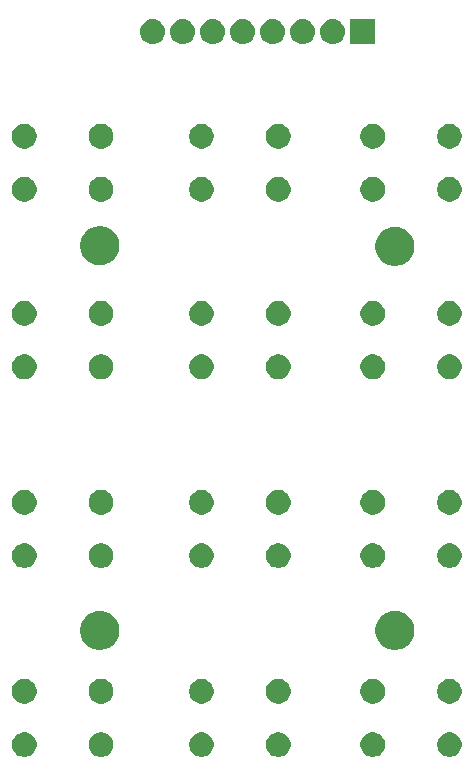
<source format=gbr>
G04 #@! TF.GenerationSoftware,KiCad,Pcbnew,5.0.2+dfsg1-1*
G04 #@! TF.CreationDate,2021-10-08T13:08:18+05:30*
G04 #@! TF.ProjectId,KEYBORD_PCB_V1,4b455942-4f52-4445-9f50-43425f56312e,rev?*
G04 #@! TF.SameCoordinates,Original*
G04 #@! TF.FileFunction,Soldermask,Top*
G04 #@! TF.FilePolarity,Negative*
%FSLAX46Y46*%
G04 Gerber Fmt 4.6, Leading zero omitted, Abs format (unit mm)*
G04 Created by KiCad (PCBNEW 5.0.2+dfsg1-1) date Fri 08 Oct 2021 01:08:18 PM IST*
%MOMM*%
%LPD*%
G01*
G04 APERTURE LIST*
%ADD10C,0.100000*%
G04 APERTURE END LIST*
D10*
G36*
X113306565Y-99489389D02*
X113497834Y-99568615D01*
X113669976Y-99683637D01*
X113816363Y-99830024D01*
X113931385Y-100002166D01*
X114010611Y-100193435D01*
X114051000Y-100396484D01*
X114051000Y-100603516D01*
X114010611Y-100806565D01*
X113931385Y-100997834D01*
X113816363Y-101169976D01*
X113669976Y-101316363D01*
X113497834Y-101431385D01*
X113306565Y-101510611D01*
X113103516Y-101551000D01*
X112896484Y-101551000D01*
X112693435Y-101510611D01*
X112502166Y-101431385D01*
X112330024Y-101316363D01*
X112183637Y-101169976D01*
X112068615Y-100997834D01*
X111989389Y-100806565D01*
X111949000Y-100603516D01*
X111949000Y-100396484D01*
X111989389Y-100193435D01*
X112068615Y-100002166D01*
X112183637Y-99830024D01*
X112330024Y-99683637D01*
X112502166Y-99568615D01*
X112693435Y-99489389D01*
X112896484Y-99449000D01*
X113103516Y-99449000D01*
X113306565Y-99489389D01*
X113306565Y-99489389D01*
G37*
G36*
X92306565Y-99489389D02*
X92497834Y-99568615D01*
X92669976Y-99683637D01*
X92816363Y-99830024D01*
X92931385Y-100002166D01*
X93010611Y-100193435D01*
X93051000Y-100396484D01*
X93051000Y-100603516D01*
X93010611Y-100806565D01*
X92931385Y-100997834D01*
X92816363Y-101169976D01*
X92669976Y-101316363D01*
X92497834Y-101431385D01*
X92306565Y-101510611D01*
X92103516Y-101551000D01*
X91896484Y-101551000D01*
X91693435Y-101510611D01*
X91502166Y-101431385D01*
X91330024Y-101316363D01*
X91183637Y-101169976D01*
X91068615Y-100997834D01*
X90989389Y-100806565D01*
X90949000Y-100603516D01*
X90949000Y-100396484D01*
X90989389Y-100193435D01*
X91068615Y-100002166D01*
X91183637Y-99830024D01*
X91330024Y-99683637D01*
X91502166Y-99568615D01*
X91693435Y-99489389D01*
X91896484Y-99449000D01*
X92103516Y-99449000D01*
X92306565Y-99489389D01*
X92306565Y-99489389D01*
G37*
G36*
X98806565Y-99489389D02*
X98997834Y-99568615D01*
X99169976Y-99683637D01*
X99316363Y-99830024D01*
X99431385Y-100002166D01*
X99510611Y-100193435D01*
X99551000Y-100396484D01*
X99551000Y-100603516D01*
X99510611Y-100806565D01*
X99431385Y-100997834D01*
X99316363Y-101169976D01*
X99169976Y-101316363D01*
X98997834Y-101431385D01*
X98806565Y-101510611D01*
X98603516Y-101551000D01*
X98396484Y-101551000D01*
X98193435Y-101510611D01*
X98002166Y-101431385D01*
X97830024Y-101316363D01*
X97683637Y-101169976D01*
X97568615Y-100997834D01*
X97489389Y-100806565D01*
X97449000Y-100603516D01*
X97449000Y-100396484D01*
X97489389Y-100193435D01*
X97568615Y-100002166D01*
X97683637Y-99830024D01*
X97830024Y-99683637D01*
X98002166Y-99568615D01*
X98193435Y-99489389D01*
X98396484Y-99449000D01*
X98603516Y-99449000D01*
X98806565Y-99489389D01*
X98806565Y-99489389D01*
G37*
G36*
X83806565Y-99489389D02*
X83997834Y-99568615D01*
X84169976Y-99683637D01*
X84316363Y-99830024D01*
X84431385Y-100002166D01*
X84510611Y-100193435D01*
X84551000Y-100396484D01*
X84551000Y-100603516D01*
X84510611Y-100806565D01*
X84431385Y-100997834D01*
X84316363Y-101169976D01*
X84169976Y-101316363D01*
X83997834Y-101431385D01*
X83806565Y-101510611D01*
X83603516Y-101551000D01*
X83396484Y-101551000D01*
X83193435Y-101510611D01*
X83002166Y-101431385D01*
X82830024Y-101316363D01*
X82683637Y-101169976D01*
X82568615Y-100997834D01*
X82489389Y-100806565D01*
X82449000Y-100603516D01*
X82449000Y-100396484D01*
X82489389Y-100193435D01*
X82568615Y-100002166D01*
X82683637Y-99830024D01*
X82830024Y-99683637D01*
X83002166Y-99568615D01*
X83193435Y-99489389D01*
X83396484Y-99449000D01*
X83603516Y-99449000D01*
X83806565Y-99489389D01*
X83806565Y-99489389D01*
G37*
G36*
X77306565Y-99489389D02*
X77497834Y-99568615D01*
X77669976Y-99683637D01*
X77816363Y-99830024D01*
X77931385Y-100002166D01*
X78010611Y-100193435D01*
X78051000Y-100396484D01*
X78051000Y-100603516D01*
X78010611Y-100806565D01*
X77931385Y-100997834D01*
X77816363Y-101169976D01*
X77669976Y-101316363D01*
X77497834Y-101431385D01*
X77306565Y-101510611D01*
X77103516Y-101551000D01*
X76896484Y-101551000D01*
X76693435Y-101510611D01*
X76502166Y-101431385D01*
X76330024Y-101316363D01*
X76183637Y-101169976D01*
X76068615Y-100997834D01*
X75989389Y-100806565D01*
X75949000Y-100603516D01*
X75949000Y-100396484D01*
X75989389Y-100193435D01*
X76068615Y-100002166D01*
X76183637Y-99830024D01*
X76330024Y-99683637D01*
X76502166Y-99568615D01*
X76693435Y-99489389D01*
X76896484Y-99449000D01*
X77103516Y-99449000D01*
X77306565Y-99489389D01*
X77306565Y-99489389D01*
G37*
G36*
X106806565Y-99489389D02*
X106997834Y-99568615D01*
X107169976Y-99683637D01*
X107316363Y-99830024D01*
X107431385Y-100002166D01*
X107510611Y-100193435D01*
X107551000Y-100396484D01*
X107551000Y-100603516D01*
X107510611Y-100806565D01*
X107431385Y-100997834D01*
X107316363Y-101169976D01*
X107169976Y-101316363D01*
X106997834Y-101431385D01*
X106806565Y-101510611D01*
X106603516Y-101551000D01*
X106396484Y-101551000D01*
X106193435Y-101510611D01*
X106002166Y-101431385D01*
X105830024Y-101316363D01*
X105683637Y-101169976D01*
X105568615Y-100997834D01*
X105489389Y-100806565D01*
X105449000Y-100603516D01*
X105449000Y-100396484D01*
X105489389Y-100193435D01*
X105568615Y-100002166D01*
X105683637Y-99830024D01*
X105830024Y-99683637D01*
X106002166Y-99568615D01*
X106193435Y-99489389D01*
X106396484Y-99449000D01*
X106603516Y-99449000D01*
X106806565Y-99489389D01*
X106806565Y-99489389D01*
G37*
G36*
X113306565Y-94989389D02*
X113497834Y-95068615D01*
X113669976Y-95183637D01*
X113816363Y-95330024D01*
X113931385Y-95502166D01*
X114010611Y-95693435D01*
X114051000Y-95896484D01*
X114051000Y-96103516D01*
X114010611Y-96306565D01*
X113931385Y-96497834D01*
X113816363Y-96669976D01*
X113669976Y-96816363D01*
X113497834Y-96931385D01*
X113306565Y-97010611D01*
X113103516Y-97051000D01*
X112896484Y-97051000D01*
X112693435Y-97010611D01*
X112502166Y-96931385D01*
X112330024Y-96816363D01*
X112183637Y-96669976D01*
X112068615Y-96497834D01*
X111989389Y-96306565D01*
X111949000Y-96103516D01*
X111949000Y-95896484D01*
X111989389Y-95693435D01*
X112068615Y-95502166D01*
X112183637Y-95330024D01*
X112330024Y-95183637D01*
X112502166Y-95068615D01*
X112693435Y-94989389D01*
X112896484Y-94949000D01*
X113103516Y-94949000D01*
X113306565Y-94989389D01*
X113306565Y-94989389D01*
G37*
G36*
X77306565Y-94989389D02*
X77497834Y-95068615D01*
X77669976Y-95183637D01*
X77816363Y-95330024D01*
X77931385Y-95502166D01*
X78010611Y-95693435D01*
X78051000Y-95896484D01*
X78051000Y-96103516D01*
X78010611Y-96306565D01*
X77931385Y-96497834D01*
X77816363Y-96669976D01*
X77669976Y-96816363D01*
X77497834Y-96931385D01*
X77306565Y-97010611D01*
X77103516Y-97051000D01*
X76896484Y-97051000D01*
X76693435Y-97010611D01*
X76502166Y-96931385D01*
X76330024Y-96816363D01*
X76183637Y-96669976D01*
X76068615Y-96497834D01*
X75989389Y-96306565D01*
X75949000Y-96103516D01*
X75949000Y-95896484D01*
X75989389Y-95693435D01*
X76068615Y-95502166D01*
X76183637Y-95330024D01*
X76330024Y-95183637D01*
X76502166Y-95068615D01*
X76693435Y-94989389D01*
X76896484Y-94949000D01*
X77103516Y-94949000D01*
X77306565Y-94989389D01*
X77306565Y-94989389D01*
G37*
G36*
X83806565Y-94989389D02*
X83997834Y-95068615D01*
X84169976Y-95183637D01*
X84316363Y-95330024D01*
X84431385Y-95502166D01*
X84510611Y-95693435D01*
X84551000Y-95896484D01*
X84551000Y-96103516D01*
X84510611Y-96306565D01*
X84431385Y-96497834D01*
X84316363Y-96669976D01*
X84169976Y-96816363D01*
X83997834Y-96931385D01*
X83806565Y-97010611D01*
X83603516Y-97051000D01*
X83396484Y-97051000D01*
X83193435Y-97010611D01*
X83002166Y-96931385D01*
X82830024Y-96816363D01*
X82683637Y-96669976D01*
X82568615Y-96497834D01*
X82489389Y-96306565D01*
X82449000Y-96103516D01*
X82449000Y-95896484D01*
X82489389Y-95693435D01*
X82568615Y-95502166D01*
X82683637Y-95330024D01*
X82830024Y-95183637D01*
X83002166Y-95068615D01*
X83193435Y-94989389D01*
X83396484Y-94949000D01*
X83603516Y-94949000D01*
X83806565Y-94989389D01*
X83806565Y-94989389D01*
G37*
G36*
X92306565Y-94989389D02*
X92497834Y-95068615D01*
X92669976Y-95183637D01*
X92816363Y-95330024D01*
X92931385Y-95502166D01*
X93010611Y-95693435D01*
X93051000Y-95896484D01*
X93051000Y-96103516D01*
X93010611Y-96306565D01*
X92931385Y-96497834D01*
X92816363Y-96669976D01*
X92669976Y-96816363D01*
X92497834Y-96931385D01*
X92306565Y-97010611D01*
X92103516Y-97051000D01*
X91896484Y-97051000D01*
X91693435Y-97010611D01*
X91502166Y-96931385D01*
X91330024Y-96816363D01*
X91183637Y-96669976D01*
X91068615Y-96497834D01*
X90989389Y-96306565D01*
X90949000Y-96103516D01*
X90949000Y-95896484D01*
X90989389Y-95693435D01*
X91068615Y-95502166D01*
X91183637Y-95330024D01*
X91330024Y-95183637D01*
X91502166Y-95068615D01*
X91693435Y-94989389D01*
X91896484Y-94949000D01*
X92103516Y-94949000D01*
X92306565Y-94989389D01*
X92306565Y-94989389D01*
G37*
G36*
X106806565Y-94989389D02*
X106997834Y-95068615D01*
X107169976Y-95183637D01*
X107316363Y-95330024D01*
X107431385Y-95502166D01*
X107510611Y-95693435D01*
X107551000Y-95896484D01*
X107551000Y-96103516D01*
X107510611Y-96306565D01*
X107431385Y-96497834D01*
X107316363Y-96669976D01*
X107169976Y-96816363D01*
X106997834Y-96931385D01*
X106806565Y-97010611D01*
X106603516Y-97051000D01*
X106396484Y-97051000D01*
X106193435Y-97010611D01*
X106002166Y-96931385D01*
X105830024Y-96816363D01*
X105683637Y-96669976D01*
X105568615Y-96497834D01*
X105489389Y-96306565D01*
X105449000Y-96103516D01*
X105449000Y-95896484D01*
X105489389Y-95693435D01*
X105568615Y-95502166D01*
X105683637Y-95330024D01*
X105830024Y-95183637D01*
X106002166Y-95068615D01*
X106193435Y-94989389D01*
X106396484Y-94949000D01*
X106603516Y-94949000D01*
X106806565Y-94989389D01*
X106806565Y-94989389D01*
G37*
G36*
X98806565Y-94989389D02*
X98997834Y-95068615D01*
X99169976Y-95183637D01*
X99316363Y-95330024D01*
X99431385Y-95502166D01*
X99510611Y-95693435D01*
X99551000Y-95896484D01*
X99551000Y-96103516D01*
X99510611Y-96306565D01*
X99431385Y-96497834D01*
X99316363Y-96669976D01*
X99169976Y-96816363D01*
X98997834Y-96931385D01*
X98806565Y-97010611D01*
X98603516Y-97051000D01*
X98396484Y-97051000D01*
X98193435Y-97010611D01*
X98002166Y-96931385D01*
X97830024Y-96816363D01*
X97683637Y-96669976D01*
X97568615Y-96497834D01*
X97489389Y-96306565D01*
X97449000Y-96103516D01*
X97449000Y-95896484D01*
X97489389Y-95693435D01*
X97568615Y-95502166D01*
X97683637Y-95330024D01*
X97830024Y-95183637D01*
X98002166Y-95068615D01*
X98193435Y-94989389D01*
X98396484Y-94949000D01*
X98603516Y-94949000D01*
X98806565Y-94989389D01*
X98806565Y-94989389D01*
G37*
G36*
X83765256Y-89231298D02*
X83871579Y-89252447D01*
X84172042Y-89376903D01*
X84438852Y-89555180D01*
X84442454Y-89557587D01*
X84672413Y-89787546D01*
X84853098Y-90057960D01*
X84977553Y-90358422D01*
X85041000Y-90677389D01*
X85041000Y-91002611D01*
X84977553Y-91321578D01*
X84853098Y-91622040D01*
X84672413Y-91892454D01*
X84442454Y-92122413D01*
X84442451Y-92122415D01*
X84172042Y-92303097D01*
X83871579Y-92427553D01*
X83765256Y-92448702D01*
X83552611Y-92491000D01*
X83227389Y-92491000D01*
X83014744Y-92448702D01*
X82908421Y-92427553D01*
X82607958Y-92303097D01*
X82337549Y-92122415D01*
X82337546Y-92122413D01*
X82107587Y-91892454D01*
X81926902Y-91622040D01*
X81802447Y-91321578D01*
X81739000Y-91002611D01*
X81739000Y-90677389D01*
X81802447Y-90358422D01*
X81926902Y-90057960D01*
X82107587Y-89787546D01*
X82337546Y-89557587D01*
X82341148Y-89555180D01*
X82607958Y-89376903D01*
X82908421Y-89252447D01*
X83014744Y-89231298D01*
X83227389Y-89189000D01*
X83552611Y-89189000D01*
X83765256Y-89231298D01*
X83765256Y-89231298D01*
G37*
G36*
X108755256Y-89231298D02*
X108861579Y-89252447D01*
X109162042Y-89376903D01*
X109428852Y-89555180D01*
X109432454Y-89557587D01*
X109662413Y-89787546D01*
X109843098Y-90057960D01*
X109967553Y-90358422D01*
X110031000Y-90677389D01*
X110031000Y-91002611D01*
X109967553Y-91321578D01*
X109843098Y-91622040D01*
X109662413Y-91892454D01*
X109432454Y-92122413D01*
X109432451Y-92122415D01*
X109162042Y-92303097D01*
X108861579Y-92427553D01*
X108755256Y-92448702D01*
X108542611Y-92491000D01*
X108217389Y-92491000D01*
X108004744Y-92448702D01*
X107898421Y-92427553D01*
X107597958Y-92303097D01*
X107327549Y-92122415D01*
X107327546Y-92122413D01*
X107097587Y-91892454D01*
X106916902Y-91622040D01*
X106792447Y-91321578D01*
X106729000Y-91002611D01*
X106729000Y-90677389D01*
X106792447Y-90358422D01*
X106916902Y-90057960D01*
X107097587Y-89787546D01*
X107327546Y-89557587D01*
X107331148Y-89555180D01*
X107597958Y-89376903D01*
X107898421Y-89252447D01*
X108004744Y-89231298D01*
X108217389Y-89189000D01*
X108542611Y-89189000D01*
X108755256Y-89231298D01*
X108755256Y-89231298D01*
G37*
G36*
X106806565Y-83489389D02*
X106997834Y-83568615D01*
X107169976Y-83683637D01*
X107316363Y-83830024D01*
X107431385Y-84002166D01*
X107510611Y-84193435D01*
X107551000Y-84396484D01*
X107551000Y-84603516D01*
X107510611Y-84806565D01*
X107431385Y-84997834D01*
X107316363Y-85169976D01*
X107169976Y-85316363D01*
X106997834Y-85431385D01*
X106806565Y-85510611D01*
X106603516Y-85551000D01*
X106396484Y-85551000D01*
X106193435Y-85510611D01*
X106002166Y-85431385D01*
X105830024Y-85316363D01*
X105683637Y-85169976D01*
X105568615Y-84997834D01*
X105489389Y-84806565D01*
X105449000Y-84603516D01*
X105449000Y-84396484D01*
X105489389Y-84193435D01*
X105568615Y-84002166D01*
X105683637Y-83830024D01*
X105830024Y-83683637D01*
X106002166Y-83568615D01*
X106193435Y-83489389D01*
X106396484Y-83449000D01*
X106603516Y-83449000D01*
X106806565Y-83489389D01*
X106806565Y-83489389D01*
G37*
G36*
X77306565Y-83489389D02*
X77497834Y-83568615D01*
X77669976Y-83683637D01*
X77816363Y-83830024D01*
X77931385Y-84002166D01*
X78010611Y-84193435D01*
X78051000Y-84396484D01*
X78051000Y-84603516D01*
X78010611Y-84806565D01*
X77931385Y-84997834D01*
X77816363Y-85169976D01*
X77669976Y-85316363D01*
X77497834Y-85431385D01*
X77306565Y-85510611D01*
X77103516Y-85551000D01*
X76896484Y-85551000D01*
X76693435Y-85510611D01*
X76502166Y-85431385D01*
X76330024Y-85316363D01*
X76183637Y-85169976D01*
X76068615Y-84997834D01*
X75989389Y-84806565D01*
X75949000Y-84603516D01*
X75949000Y-84396484D01*
X75989389Y-84193435D01*
X76068615Y-84002166D01*
X76183637Y-83830024D01*
X76330024Y-83683637D01*
X76502166Y-83568615D01*
X76693435Y-83489389D01*
X76896484Y-83449000D01*
X77103516Y-83449000D01*
X77306565Y-83489389D01*
X77306565Y-83489389D01*
G37*
G36*
X83806565Y-83489389D02*
X83997834Y-83568615D01*
X84169976Y-83683637D01*
X84316363Y-83830024D01*
X84431385Y-84002166D01*
X84510611Y-84193435D01*
X84551000Y-84396484D01*
X84551000Y-84603516D01*
X84510611Y-84806565D01*
X84431385Y-84997834D01*
X84316363Y-85169976D01*
X84169976Y-85316363D01*
X83997834Y-85431385D01*
X83806565Y-85510611D01*
X83603516Y-85551000D01*
X83396484Y-85551000D01*
X83193435Y-85510611D01*
X83002166Y-85431385D01*
X82830024Y-85316363D01*
X82683637Y-85169976D01*
X82568615Y-84997834D01*
X82489389Y-84806565D01*
X82449000Y-84603516D01*
X82449000Y-84396484D01*
X82489389Y-84193435D01*
X82568615Y-84002166D01*
X82683637Y-83830024D01*
X82830024Y-83683637D01*
X83002166Y-83568615D01*
X83193435Y-83489389D01*
X83396484Y-83449000D01*
X83603516Y-83449000D01*
X83806565Y-83489389D01*
X83806565Y-83489389D01*
G37*
G36*
X92306565Y-83489389D02*
X92497834Y-83568615D01*
X92669976Y-83683637D01*
X92816363Y-83830024D01*
X92931385Y-84002166D01*
X93010611Y-84193435D01*
X93051000Y-84396484D01*
X93051000Y-84603516D01*
X93010611Y-84806565D01*
X92931385Y-84997834D01*
X92816363Y-85169976D01*
X92669976Y-85316363D01*
X92497834Y-85431385D01*
X92306565Y-85510611D01*
X92103516Y-85551000D01*
X91896484Y-85551000D01*
X91693435Y-85510611D01*
X91502166Y-85431385D01*
X91330024Y-85316363D01*
X91183637Y-85169976D01*
X91068615Y-84997834D01*
X90989389Y-84806565D01*
X90949000Y-84603516D01*
X90949000Y-84396484D01*
X90989389Y-84193435D01*
X91068615Y-84002166D01*
X91183637Y-83830024D01*
X91330024Y-83683637D01*
X91502166Y-83568615D01*
X91693435Y-83489389D01*
X91896484Y-83449000D01*
X92103516Y-83449000D01*
X92306565Y-83489389D01*
X92306565Y-83489389D01*
G37*
G36*
X98806565Y-83489389D02*
X98997834Y-83568615D01*
X99169976Y-83683637D01*
X99316363Y-83830024D01*
X99431385Y-84002166D01*
X99510611Y-84193435D01*
X99551000Y-84396484D01*
X99551000Y-84603516D01*
X99510611Y-84806565D01*
X99431385Y-84997834D01*
X99316363Y-85169976D01*
X99169976Y-85316363D01*
X98997834Y-85431385D01*
X98806565Y-85510611D01*
X98603516Y-85551000D01*
X98396484Y-85551000D01*
X98193435Y-85510611D01*
X98002166Y-85431385D01*
X97830024Y-85316363D01*
X97683637Y-85169976D01*
X97568615Y-84997834D01*
X97489389Y-84806565D01*
X97449000Y-84603516D01*
X97449000Y-84396484D01*
X97489389Y-84193435D01*
X97568615Y-84002166D01*
X97683637Y-83830024D01*
X97830024Y-83683637D01*
X98002166Y-83568615D01*
X98193435Y-83489389D01*
X98396484Y-83449000D01*
X98603516Y-83449000D01*
X98806565Y-83489389D01*
X98806565Y-83489389D01*
G37*
G36*
X113306565Y-83489389D02*
X113497834Y-83568615D01*
X113669976Y-83683637D01*
X113816363Y-83830024D01*
X113931385Y-84002166D01*
X114010611Y-84193435D01*
X114051000Y-84396484D01*
X114051000Y-84603516D01*
X114010611Y-84806565D01*
X113931385Y-84997834D01*
X113816363Y-85169976D01*
X113669976Y-85316363D01*
X113497834Y-85431385D01*
X113306565Y-85510611D01*
X113103516Y-85551000D01*
X112896484Y-85551000D01*
X112693435Y-85510611D01*
X112502166Y-85431385D01*
X112330024Y-85316363D01*
X112183637Y-85169976D01*
X112068615Y-84997834D01*
X111989389Y-84806565D01*
X111949000Y-84603516D01*
X111949000Y-84396484D01*
X111989389Y-84193435D01*
X112068615Y-84002166D01*
X112183637Y-83830024D01*
X112330024Y-83683637D01*
X112502166Y-83568615D01*
X112693435Y-83489389D01*
X112896484Y-83449000D01*
X113103516Y-83449000D01*
X113306565Y-83489389D01*
X113306565Y-83489389D01*
G37*
G36*
X106806565Y-78989389D02*
X106997834Y-79068615D01*
X107169976Y-79183637D01*
X107316363Y-79330024D01*
X107431385Y-79502166D01*
X107510611Y-79693435D01*
X107551000Y-79896484D01*
X107551000Y-80103516D01*
X107510611Y-80306565D01*
X107431385Y-80497834D01*
X107316363Y-80669976D01*
X107169976Y-80816363D01*
X106997834Y-80931385D01*
X106806565Y-81010611D01*
X106603516Y-81051000D01*
X106396484Y-81051000D01*
X106193435Y-81010611D01*
X106002166Y-80931385D01*
X105830024Y-80816363D01*
X105683637Y-80669976D01*
X105568615Y-80497834D01*
X105489389Y-80306565D01*
X105449000Y-80103516D01*
X105449000Y-79896484D01*
X105489389Y-79693435D01*
X105568615Y-79502166D01*
X105683637Y-79330024D01*
X105830024Y-79183637D01*
X106002166Y-79068615D01*
X106193435Y-78989389D01*
X106396484Y-78949000D01*
X106603516Y-78949000D01*
X106806565Y-78989389D01*
X106806565Y-78989389D01*
G37*
G36*
X113306565Y-78989389D02*
X113497834Y-79068615D01*
X113669976Y-79183637D01*
X113816363Y-79330024D01*
X113931385Y-79502166D01*
X114010611Y-79693435D01*
X114051000Y-79896484D01*
X114051000Y-80103516D01*
X114010611Y-80306565D01*
X113931385Y-80497834D01*
X113816363Y-80669976D01*
X113669976Y-80816363D01*
X113497834Y-80931385D01*
X113306565Y-81010611D01*
X113103516Y-81051000D01*
X112896484Y-81051000D01*
X112693435Y-81010611D01*
X112502166Y-80931385D01*
X112330024Y-80816363D01*
X112183637Y-80669976D01*
X112068615Y-80497834D01*
X111989389Y-80306565D01*
X111949000Y-80103516D01*
X111949000Y-79896484D01*
X111989389Y-79693435D01*
X112068615Y-79502166D01*
X112183637Y-79330024D01*
X112330024Y-79183637D01*
X112502166Y-79068615D01*
X112693435Y-78989389D01*
X112896484Y-78949000D01*
X113103516Y-78949000D01*
X113306565Y-78989389D01*
X113306565Y-78989389D01*
G37*
G36*
X83806565Y-78989389D02*
X83997834Y-79068615D01*
X84169976Y-79183637D01*
X84316363Y-79330024D01*
X84431385Y-79502166D01*
X84510611Y-79693435D01*
X84551000Y-79896484D01*
X84551000Y-80103516D01*
X84510611Y-80306565D01*
X84431385Y-80497834D01*
X84316363Y-80669976D01*
X84169976Y-80816363D01*
X83997834Y-80931385D01*
X83806565Y-81010611D01*
X83603516Y-81051000D01*
X83396484Y-81051000D01*
X83193435Y-81010611D01*
X83002166Y-80931385D01*
X82830024Y-80816363D01*
X82683637Y-80669976D01*
X82568615Y-80497834D01*
X82489389Y-80306565D01*
X82449000Y-80103516D01*
X82449000Y-79896484D01*
X82489389Y-79693435D01*
X82568615Y-79502166D01*
X82683637Y-79330024D01*
X82830024Y-79183637D01*
X83002166Y-79068615D01*
X83193435Y-78989389D01*
X83396484Y-78949000D01*
X83603516Y-78949000D01*
X83806565Y-78989389D01*
X83806565Y-78989389D01*
G37*
G36*
X77306565Y-78989389D02*
X77497834Y-79068615D01*
X77669976Y-79183637D01*
X77816363Y-79330024D01*
X77931385Y-79502166D01*
X78010611Y-79693435D01*
X78051000Y-79896484D01*
X78051000Y-80103516D01*
X78010611Y-80306565D01*
X77931385Y-80497834D01*
X77816363Y-80669976D01*
X77669976Y-80816363D01*
X77497834Y-80931385D01*
X77306565Y-81010611D01*
X77103516Y-81051000D01*
X76896484Y-81051000D01*
X76693435Y-81010611D01*
X76502166Y-80931385D01*
X76330024Y-80816363D01*
X76183637Y-80669976D01*
X76068615Y-80497834D01*
X75989389Y-80306565D01*
X75949000Y-80103516D01*
X75949000Y-79896484D01*
X75989389Y-79693435D01*
X76068615Y-79502166D01*
X76183637Y-79330024D01*
X76330024Y-79183637D01*
X76502166Y-79068615D01*
X76693435Y-78989389D01*
X76896484Y-78949000D01*
X77103516Y-78949000D01*
X77306565Y-78989389D01*
X77306565Y-78989389D01*
G37*
G36*
X92306565Y-78989389D02*
X92497834Y-79068615D01*
X92669976Y-79183637D01*
X92816363Y-79330024D01*
X92931385Y-79502166D01*
X93010611Y-79693435D01*
X93051000Y-79896484D01*
X93051000Y-80103516D01*
X93010611Y-80306565D01*
X92931385Y-80497834D01*
X92816363Y-80669976D01*
X92669976Y-80816363D01*
X92497834Y-80931385D01*
X92306565Y-81010611D01*
X92103516Y-81051000D01*
X91896484Y-81051000D01*
X91693435Y-81010611D01*
X91502166Y-80931385D01*
X91330024Y-80816363D01*
X91183637Y-80669976D01*
X91068615Y-80497834D01*
X90989389Y-80306565D01*
X90949000Y-80103516D01*
X90949000Y-79896484D01*
X90989389Y-79693435D01*
X91068615Y-79502166D01*
X91183637Y-79330024D01*
X91330024Y-79183637D01*
X91502166Y-79068615D01*
X91693435Y-78989389D01*
X91896484Y-78949000D01*
X92103516Y-78949000D01*
X92306565Y-78989389D01*
X92306565Y-78989389D01*
G37*
G36*
X98806565Y-78989389D02*
X98997834Y-79068615D01*
X99169976Y-79183637D01*
X99316363Y-79330024D01*
X99431385Y-79502166D01*
X99510611Y-79693435D01*
X99551000Y-79896484D01*
X99551000Y-80103516D01*
X99510611Y-80306565D01*
X99431385Y-80497834D01*
X99316363Y-80669976D01*
X99169976Y-80816363D01*
X98997834Y-80931385D01*
X98806565Y-81010611D01*
X98603516Y-81051000D01*
X98396484Y-81051000D01*
X98193435Y-81010611D01*
X98002166Y-80931385D01*
X97830024Y-80816363D01*
X97683637Y-80669976D01*
X97568615Y-80497834D01*
X97489389Y-80306565D01*
X97449000Y-80103516D01*
X97449000Y-79896484D01*
X97489389Y-79693435D01*
X97568615Y-79502166D01*
X97683637Y-79330024D01*
X97830024Y-79183637D01*
X98002166Y-79068615D01*
X98193435Y-78989389D01*
X98396484Y-78949000D01*
X98603516Y-78949000D01*
X98806565Y-78989389D01*
X98806565Y-78989389D01*
G37*
G36*
X113306565Y-67489389D02*
X113497834Y-67568615D01*
X113669976Y-67683637D01*
X113816363Y-67830024D01*
X113931385Y-68002166D01*
X114010611Y-68193435D01*
X114051000Y-68396484D01*
X114051000Y-68603516D01*
X114010611Y-68806565D01*
X113931385Y-68997834D01*
X113816363Y-69169976D01*
X113669976Y-69316363D01*
X113497834Y-69431385D01*
X113306565Y-69510611D01*
X113103516Y-69551000D01*
X112896484Y-69551000D01*
X112693435Y-69510611D01*
X112502166Y-69431385D01*
X112330024Y-69316363D01*
X112183637Y-69169976D01*
X112068615Y-68997834D01*
X111989389Y-68806565D01*
X111949000Y-68603516D01*
X111949000Y-68396484D01*
X111989389Y-68193435D01*
X112068615Y-68002166D01*
X112183637Y-67830024D01*
X112330024Y-67683637D01*
X112502166Y-67568615D01*
X112693435Y-67489389D01*
X112896484Y-67449000D01*
X113103516Y-67449000D01*
X113306565Y-67489389D01*
X113306565Y-67489389D01*
G37*
G36*
X106806565Y-67489389D02*
X106997834Y-67568615D01*
X107169976Y-67683637D01*
X107316363Y-67830024D01*
X107431385Y-68002166D01*
X107510611Y-68193435D01*
X107551000Y-68396484D01*
X107551000Y-68603516D01*
X107510611Y-68806565D01*
X107431385Y-68997834D01*
X107316363Y-69169976D01*
X107169976Y-69316363D01*
X106997834Y-69431385D01*
X106806565Y-69510611D01*
X106603516Y-69551000D01*
X106396484Y-69551000D01*
X106193435Y-69510611D01*
X106002166Y-69431385D01*
X105830024Y-69316363D01*
X105683637Y-69169976D01*
X105568615Y-68997834D01*
X105489389Y-68806565D01*
X105449000Y-68603516D01*
X105449000Y-68396484D01*
X105489389Y-68193435D01*
X105568615Y-68002166D01*
X105683637Y-67830024D01*
X105830024Y-67683637D01*
X106002166Y-67568615D01*
X106193435Y-67489389D01*
X106396484Y-67449000D01*
X106603516Y-67449000D01*
X106806565Y-67489389D01*
X106806565Y-67489389D01*
G37*
G36*
X92306565Y-67489389D02*
X92497834Y-67568615D01*
X92669976Y-67683637D01*
X92816363Y-67830024D01*
X92931385Y-68002166D01*
X93010611Y-68193435D01*
X93051000Y-68396484D01*
X93051000Y-68603516D01*
X93010611Y-68806565D01*
X92931385Y-68997834D01*
X92816363Y-69169976D01*
X92669976Y-69316363D01*
X92497834Y-69431385D01*
X92306565Y-69510611D01*
X92103516Y-69551000D01*
X91896484Y-69551000D01*
X91693435Y-69510611D01*
X91502166Y-69431385D01*
X91330024Y-69316363D01*
X91183637Y-69169976D01*
X91068615Y-68997834D01*
X90989389Y-68806565D01*
X90949000Y-68603516D01*
X90949000Y-68396484D01*
X90989389Y-68193435D01*
X91068615Y-68002166D01*
X91183637Y-67830024D01*
X91330024Y-67683637D01*
X91502166Y-67568615D01*
X91693435Y-67489389D01*
X91896484Y-67449000D01*
X92103516Y-67449000D01*
X92306565Y-67489389D01*
X92306565Y-67489389D01*
G37*
G36*
X83806565Y-67489389D02*
X83997834Y-67568615D01*
X84169976Y-67683637D01*
X84316363Y-67830024D01*
X84431385Y-68002166D01*
X84510611Y-68193435D01*
X84551000Y-68396484D01*
X84551000Y-68603516D01*
X84510611Y-68806565D01*
X84431385Y-68997834D01*
X84316363Y-69169976D01*
X84169976Y-69316363D01*
X83997834Y-69431385D01*
X83806565Y-69510611D01*
X83603516Y-69551000D01*
X83396484Y-69551000D01*
X83193435Y-69510611D01*
X83002166Y-69431385D01*
X82830024Y-69316363D01*
X82683637Y-69169976D01*
X82568615Y-68997834D01*
X82489389Y-68806565D01*
X82449000Y-68603516D01*
X82449000Y-68396484D01*
X82489389Y-68193435D01*
X82568615Y-68002166D01*
X82683637Y-67830024D01*
X82830024Y-67683637D01*
X83002166Y-67568615D01*
X83193435Y-67489389D01*
X83396484Y-67449000D01*
X83603516Y-67449000D01*
X83806565Y-67489389D01*
X83806565Y-67489389D01*
G37*
G36*
X77306565Y-67489389D02*
X77497834Y-67568615D01*
X77669976Y-67683637D01*
X77816363Y-67830024D01*
X77931385Y-68002166D01*
X78010611Y-68193435D01*
X78051000Y-68396484D01*
X78051000Y-68603516D01*
X78010611Y-68806565D01*
X77931385Y-68997834D01*
X77816363Y-69169976D01*
X77669976Y-69316363D01*
X77497834Y-69431385D01*
X77306565Y-69510611D01*
X77103516Y-69551000D01*
X76896484Y-69551000D01*
X76693435Y-69510611D01*
X76502166Y-69431385D01*
X76330024Y-69316363D01*
X76183637Y-69169976D01*
X76068615Y-68997834D01*
X75989389Y-68806565D01*
X75949000Y-68603516D01*
X75949000Y-68396484D01*
X75989389Y-68193435D01*
X76068615Y-68002166D01*
X76183637Y-67830024D01*
X76330024Y-67683637D01*
X76502166Y-67568615D01*
X76693435Y-67489389D01*
X76896484Y-67449000D01*
X77103516Y-67449000D01*
X77306565Y-67489389D01*
X77306565Y-67489389D01*
G37*
G36*
X98806565Y-67489389D02*
X98997834Y-67568615D01*
X99169976Y-67683637D01*
X99316363Y-67830024D01*
X99431385Y-68002166D01*
X99510611Y-68193435D01*
X99551000Y-68396484D01*
X99551000Y-68603516D01*
X99510611Y-68806565D01*
X99431385Y-68997834D01*
X99316363Y-69169976D01*
X99169976Y-69316363D01*
X98997834Y-69431385D01*
X98806565Y-69510611D01*
X98603516Y-69551000D01*
X98396484Y-69551000D01*
X98193435Y-69510611D01*
X98002166Y-69431385D01*
X97830024Y-69316363D01*
X97683637Y-69169976D01*
X97568615Y-68997834D01*
X97489389Y-68806565D01*
X97449000Y-68603516D01*
X97449000Y-68396484D01*
X97489389Y-68193435D01*
X97568615Y-68002166D01*
X97683637Y-67830024D01*
X97830024Y-67683637D01*
X98002166Y-67568615D01*
X98193435Y-67489389D01*
X98396484Y-67449000D01*
X98603516Y-67449000D01*
X98806565Y-67489389D01*
X98806565Y-67489389D01*
G37*
G36*
X106806565Y-62989389D02*
X106997834Y-63068615D01*
X107169976Y-63183637D01*
X107316363Y-63330024D01*
X107431385Y-63502166D01*
X107510611Y-63693435D01*
X107551000Y-63896484D01*
X107551000Y-64103516D01*
X107510611Y-64306565D01*
X107431385Y-64497834D01*
X107316363Y-64669976D01*
X107169976Y-64816363D01*
X106997834Y-64931385D01*
X106806565Y-65010611D01*
X106603516Y-65051000D01*
X106396484Y-65051000D01*
X106193435Y-65010611D01*
X106002166Y-64931385D01*
X105830024Y-64816363D01*
X105683637Y-64669976D01*
X105568615Y-64497834D01*
X105489389Y-64306565D01*
X105449000Y-64103516D01*
X105449000Y-63896484D01*
X105489389Y-63693435D01*
X105568615Y-63502166D01*
X105683637Y-63330024D01*
X105830024Y-63183637D01*
X106002166Y-63068615D01*
X106193435Y-62989389D01*
X106396484Y-62949000D01*
X106603516Y-62949000D01*
X106806565Y-62989389D01*
X106806565Y-62989389D01*
G37*
G36*
X77306565Y-62989389D02*
X77497834Y-63068615D01*
X77669976Y-63183637D01*
X77816363Y-63330024D01*
X77931385Y-63502166D01*
X78010611Y-63693435D01*
X78051000Y-63896484D01*
X78051000Y-64103516D01*
X78010611Y-64306565D01*
X77931385Y-64497834D01*
X77816363Y-64669976D01*
X77669976Y-64816363D01*
X77497834Y-64931385D01*
X77306565Y-65010611D01*
X77103516Y-65051000D01*
X76896484Y-65051000D01*
X76693435Y-65010611D01*
X76502166Y-64931385D01*
X76330024Y-64816363D01*
X76183637Y-64669976D01*
X76068615Y-64497834D01*
X75989389Y-64306565D01*
X75949000Y-64103516D01*
X75949000Y-63896484D01*
X75989389Y-63693435D01*
X76068615Y-63502166D01*
X76183637Y-63330024D01*
X76330024Y-63183637D01*
X76502166Y-63068615D01*
X76693435Y-62989389D01*
X76896484Y-62949000D01*
X77103516Y-62949000D01*
X77306565Y-62989389D01*
X77306565Y-62989389D01*
G37*
G36*
X113306565Y-62989389D02*
X113497834Y-63068615D01*
X113669976Y-63183637D01*
X113816363Y-63330024D01*
X113931385Y-63502166D01*
X114010611Y-63693435D01*
X114051000Y-63896484D01*
X114051000Y-64103516D01*
X114010611Y-64306565D01*
X113931385Y-64497834D01*
X113816363Y-64669976D01*
X113669976Y-64816363D01*
X113497834Y-64931385D01*
X113306565Y-65010611D01*
X113103516Y-65051000D01*
X112896484Y-65051000D01*
X112693435Y-65010611D01*
X112502166Y-64931385D01*
X112330024Y-64816363D01*
X112183637Y-64669976D01*
X112068615Y-64497834D01*
X111989389Y-64306565D01*
X111949000Y-64103516D01*
X111949000Y-63896484D01*
X111989389Y-63693435D01*
X112068615Y-63502166D01*
X112183637Y-63330024D01*
X112330024Y-63183637D01*
X112502166Y-63068615D01*
X112693435Y-62989389D01*
X112896484Y-62949000D01*
X113103516Y-62949000D01*
X113306565Y-62989389D01*
X113306565Y-62989389D01*
G37*
G36*
X98806565Y-62989389D02*
X98997834Y-63068615D01*
X99169976Y-63183637D01*
X99316363Y-63330024D01*
X99431385Y-63502166D01*
X99510611Y-63693435D01*
X99551000Y-63896484D01*
X99551000Y-64103516D01*
X99510611Y-64306565D01*
X99431385Y-64497834D01*
X99316363Y-64669976D01*
X99169976Y-64816363D01*
X98997834Y-64931385D01*
X98806565Y-65010611D01*
X98603516Y-65051000D01*
X98396484Y-65051000D01*
X98193435Y-65010611D01*
X98002166Y-64931385D01*
X97830024Y-64816363D01*
X97683637Y-64669976D01*
X97568615Y-64497834D01*
X97489389Y-64306565D01*
X97449000Y-64103516D01*
X97449000Y-63896484D01*
X97489389Y-63693435D01*
X97568615Y-63502166D01*
X97683637Y-63330024D01*
X97830024Y-63183637D01*
X98002166Y-63068615D01*
X98193435Y-62989389D01*
X98396484Y-62949000D01*
X98603516Y-62949000D01*
X98806565Y-62989389D01*
X98806565Y-62989389D01*
G37*
G36*
X92306565Y-62989389D02*
X92497834Y-63068615D01*
X92669976Y-63183637D01*
X92816363Y-63330024D01*
X92931385Y-63502166D01*
X93010611Y-63693435D01*
X93051000Y-63896484D01*
X93051000Y-64103516D01*
X93010611Y-64306565D01*
X92931385Y-64497834D01*
X92816363Y-64669976D01*
X92669976Y-64816363D01*
X92497834Y-64931385D01*
X92306565Y-65010611D01*
X92103516Y-65051000D01*
X91896484Y-65051000D01*
X91693435Y-65010611D01*
X91502166Y-64931385D01*
X91330024Y-64816363D01*
X91183637Y-64669976D01*
X91068615Y-64497834D01*
X90989389Y-64306565D01*
X90949000Y-64103516D01*
X90949000Y-63896484D01*
X90989389Y-63693435D01*
X91068615Y-63502166D01*
X91183637Y-63330024D01*
X91330024Y-63183637D01*
X91502166Y-63068615D01*
X91693435Y-62989389D01*
X91896484Y-62949000D01*
X92103516Y-62949000D01*
X92306565Y-62989389D01*
X92306565Y-62989389D01*
G37*
G36*
X83806565Y-62989389D02*
X83997834Y-63068615D01*
X84169976Y-63183637D01*
X84316363Y-63330024D01*
X84431385Y-63502166D01*
X84510611Y-63693435D01*
X84551000Y-63896484D01*
X84551000Y-64103516D01*
X84510611Y-64306565D01*
X84431385Y-64497834D01*
X84316363Y-64669976D01*
X84169976Y-64816363D01*
X83997834Y-64931385D01*
X83806565Y-65010611D01*
X83603516Y-65051000D01*
X83396484Y-65051000D01*
X83193435Y-65010611D01*
X83002166Y-64931385D01*
X82830024Y-64816363D01*
X82683637Y-64669976D01*
X82568615Y-64497834D01*
X82489389Y-64306565D01*
X82449000Y-64103516D01*
X82449000Y-63896484D01*
X82489389Y-63693435D01*
X82568615Y-63502166D01*
X82683637Y-63330024D01*
X82830024Y-63183637D01*
X83002166Y-63068615D01*
X83193435Y-62989389D01*
X83396484Y-62949000D01*
X83603516Y-62949000D01*
X83806565Y-62989389D01*
X83806565Y-62989389D01*
G37*
G36*
X108755256Y-56721298D02*
X108861579Y-56742447D01*
X109162042Y-56866903D01*
X109312723Y-56967585D01*
X109432454Y-57047587D01*
X109662413Y-57277546D01*
X109662415Y-57277549D01*
X109789643Y-57467958D01*
X109843098Y-57547960D01*
X109967553Y-57848422D01*
X110031000Y-58167389D01*
X110031000Y-58492611D01*
X109967553Y-58811578D01*
X109843098Y-59112040D01*
X109662413Y-59382454D01*
X109432454Y-59612413D01*
X109432451Y-59612415D01*
X109162042Y-59793097D01*
X108861579Y-59917553D01*
X108755256Y-59938702D01*
X108542611Y-59981000D01*
X108217389Y-59981000D01*
X108004744Y-59938702D01*
X107898421Y-59917553D01*
X107597958Y-59793097D01*
X107327549Y-59612415D01*
X107327546Y-59612413D01*
X107097587Y-59382454D01*
X106916902Y-59112040D01*
X106792447Y-58811578D01*
X106729000Y-58492611D01*
X106729000Y-58167389D01*
X106792447Y-57848422D01*
X106916902Y-57547960D01*
X106970358Y-57467958D01*
X107097585Y-57277549D01*
X107097587Y-57277546D01*
X107327546Y-57047587D01*
X107447277Y-56967585D01*
X107597958Y-56866903D01*
X107898421Y-56742447D01*
X108004744Y-56721298D01*
X108217389Y-56679000D01*
X108542611Y-56679000D01*
X108755256Y-56721298D01*
X108755256Y-56721298D01*
G37*
G36*
X83765256Y-56641298D02*
X83871579Y-56662447D01*
X84172042Y-56786903D01*
X84291770Y-56866903D01*
X84442454Y-56967587D01*
X84672413Y-57197546D01*
X84672415Y-57197549D01*
X84853097Y-57467958D01*
X84977553Y-57768421D01*
X85041000Y-58087391D01*
X85041000Y-58412609D01*
X84977553Y-58731579D01*
X84853097Y-59032042D01*
X84674820Y-59298852D01*
X84672413Y-59302454D01*
X84442454Y-59532413D01*
X84442451Y-59532415D01*
X84172042Y-59713097D01*
X83871579Y-59837553D01*
X83765256Y-59858702D01*
X83552611Y-59901000D01*
X83227389Y-59901000D01*
X83014744Y-59858702D01*
X82908421Y-59837553D01*
X82607958Y-59713097D01*
X82337549Y-59532415D01*
X82337546Y-59532413D01*
X82107587Y-59302454D01*
X82105180Y-59298852D01*
X81926903Y-59032042D01*
X81802447Y-58731579D01*
X81739000Y-58412609D01*
X81739000Y-58087391D01*
X81802447Y-57768421D01*
X81926903Y-57467958D01*
X82107585Y-57197549D01*
X82107587Y-57197546D01*
X82337546Y-56967587D01*
X82488230Y-56866903D01*
X82607958Y-56786903D01*
X82908421Y-56662447D01*
X83014744Y-56641298D01*
X83227389Y-56599000D01*
X83552611Y-56599000D01*
X83765256Y-56641298D01*
X83765256Y-56641298D01*
G37*
G36*
X83806565Y-52489389D02*
X83997834Y-52568615D01*
X84169976Y-52683637D01*
X84316363Y-52830024D01*
X84431385Y-53002166D01*
X84510611Y-53193435D01*
X84551000Y-53396484D01*
X84551000Y-53603516D01*
X84510611Y-53806565D01*
X84431385Y-53997834D01*
X84316363Y-54169976D01*
X84169976Y-54316363D01*
X83997834Y-54431385D01*
X83806565Y-54510611D01*
X83603516Y-54551000D01*
X83396484Y-54551000D01*
X83193435Y-54510611D01*
X83002166Y-54431385D01*
X82830024Y-54316363D01*
X82683637Y-54169976D01*
X82568615Y-53997834D01*
X82489389Y-53806565D01*
X82449000Y-53603516D01*
X82449000Y-53396484D01*
X82489389Y-53193435D01*
X82568615Y-53002166D01*
X82683637Y-52830024D01*
X82830024Y-52683637D01*
X83002166Y-52568615D01*
X83193435Y-52489389D01*
X83396484Y-52449000D01*
X83603516Y-52449000D01*
X83806565Y-52489389D01*
X83806565Y-52489389D01*
G37*
G36*
X77306565Y-52489389D02*
X77497834Y-52568615D01*
X77669976Y-52683637D01*
X77816363Y-52830024D01*
X77931385Y-53002166D01*
X78010611Y-53193435D01*
X78051000Y-53396484D01*
X78051000Y-53603516D01*
X78010611Y-53806565D01*
X77931385Y-53997834D01*
X77816363Y-54169976D01*
X77669976Y-54316363D01*
X77497834Y-54431385D01*
X77306565Y-54510611D01*
X77103516Y-54551000D01*
X76896484Y-54551000D01*
X76693435Y-54510611D01*
X76502166Y-54431385D01*
X76330024Y-54316363D01*
X76183637Y-54169976D01*
X76068615Y-53997834D01*
X75989389Y-53806565D01*
X75949000Y-53603516D01*
X75949000Y-53396484D01*
X75989389Y-53193435D01*
X76068615Y-53002166D01*
X76183637Y-52830024D01*
X76330024Y-52683637D01*
X76502166Y-52568615D01*
X76693435Y-52489389D01*
X76896484Y-52449000D01*
X77103516Y-52449000D01*
X77306565Y-52489389D01*
X77306565Y-52489389D01*
G37*
G36*
X113306565Y-52489389D02*
X113497834Y-52568615D01*
X113669976Y-52683637D01*
X113816363Y-52830024D01*
X113931385Y-53002166D01*
X114010611Y-53193435D01*
X114051000Y-53396484D01*
X114051000Y-53603516D01*
X114010611Y-53806565D01*
X113931385Y-53997834D01*
X113816363Y-54169976D01*
X113669976Y-54316363D01*
X113497834Y-54431385D01*
X113306565Y-54510611D01*
X113103516Y-54551000D01*
X112896484Y-54551000D01*
X112693435Y-54510611D01*
X112502166Y-54431385D01*
X112330024Y-54316363D01*
X112183637Y-54169976D01*
X112068615Y-53997834D01*
X111989389Y-53806565D01*
X111949000Y-53603516D01*
X111949000Y-53396484D01*
X111989389Y-53193435D01*
X112068615Y-53002166D01*
X112183637Y-52830024D01*
X112330024Y-52683637D01*
X112502166Y-52568615D01*
X112693435Y-52489389D01*
X112896484Y-52449000D01*
X113103516Y-52449000D01*
X113306565Y-52489389D01*
X113306565Y-52489389D01*
G37*
G36*
X92306565Y-52489389D02*
X92497834Y-52568615D01*
X92669976Y-52683637D01*
X92816363Y-52830024D01*
X92931385Y-53002166D01*
X93010611Y-53193435D01*
X93051000Y-53396484D01*
X93051000Y-53603516D01*
X93010611Y-53806565D01*
X92931385Y-53997834D01*
X92816363Y-54169976D01*
X92669976Y-54316363D01*
X92497834Y-54431385D01*
X92306565Y-54510611D01*
X92103516Y-54551000D01*
X91896484Y-54551000D01*
X91693435Y-54510611D01*
X91502166Y-54431385D01*
X91330024Y-54316363D01*
X91183637Y-54169976D01*
X91068615Y-53997834D01*
X90989389Y-53806565D01*
X90949000Y-53603516D01*
X90949000Y-53396484D01*
X90989389Y-53193435D01*
X91068615Y-53002166D01*
X91183637Y-52830024D01*
X91330024Y-52683637D01*
X91502166Y-52568615D01*
X91693435Y-52489389D01*
X91896484Y-52449000D01*
X92103516Y-52449000D01*
X92306565Y-52489389D01*
X92306565Y-52489389D01*
G37*
G36*
X106806565Y-52489389D02*
X106997834Y-52568615D01*
X107169976Y-52683637D01*
X107316363Y-52830024D01*
X107431385Y-53002166D01*
X107510611Y-53193435D01*
X107551000Y-53396484D01*
X107551000Y-53603516D01*
X107510611Y-53806565D01*
X107431385Y-53997834D01*
X107316363Y-54169976D01*
X107169976Y-54316363D01*
X106997834Y-54431385D01*
X106806565Y-54510611D01*
X106603516Y-54551000D01*
X106396484Y-54551000D01*
X106193435Y-54510611D01*
X106002166Y-54431385D01*
X105830024Y-54316363D01*
X105683637Y-54169976D01*
X105568615Y-53997834D01*
X105489389Y-53806565D01*
X105449000Y-53603516D01*
X105449000Y-53396484D01*
X105489389Y-53193435D01*
X105568615Y-53002166D01*
X105683637Y-52830024D01*
X105830024Y-52683637D01*
X106002166Y-52568615D01*
X106193435Y-52489389D01*
X106396484Y-52449000D01*
X106603516Y-52449000D01*
X106806565Y-52489389D01*
X106806565Y-52489389D01*
G37*
G36*
X98806565Y-52489389D02*
X98997834Y-52568615D01*
X99169976Y-52683637D01*
X99316363Y-52830024D01*
X99431385Y-53002166D01*
X99510611Y-53193435D01*
X99551000Y-53396484D01*
X99551000Y-53603516D01*
X99510611Y-53806565D01*
X99431385Y-53997834D01*
X99316363Y-54169976D01*
X99169976Y-54316363D01*
X98997834Y-54431385D01*
X98806565Y-54510611D01*
X98603516Y-54551000D01*
X98396484Y-54551000D01*
X98193435Y-54510611D01*
X98002166Y-54431385D01*
X97830024Y-54316363D01*
X97683637Y-54169976D01*
X97568615Y-53997834D01*
X97489389Y-53806565D01*
X97449000Y-53603516D01*
X97449000Y-53396484D01*
X97489389Y-53193435D01*
X97568615Y-53002166D01*
X97683637Y-52830024D01*
X97830024Y-52683637D01*
X98002166Y-52568615D01*
X98193435Y-52489389D01*
X98396484Y-52449000D01*
X98603516Y-52449000D01*
X98806565Y-52489389D01*
X98806565Y-52489389D01*
G37*
G36*
X113306565Y-47989389D02*
X113497834Y-48068615D01*
X113669976Y-48183637D01*
X113816363Y-48330024D01*
X113931385Y-48502166D01*
X114010611Y-48693435D01*
X114051000Y-48896484D01*
X114051000Y-49103516D01*
X114010611Y-49306565D01*
X113931385Y-49497834D01*
X113816363Y-49669976D01*
X113669976Y-49816363D01*
X113497834Y-49931385D01*
X113306565Y-50010611D01*
X113103516Y-50051000D01*
X112896484Y-50051000D01*
X112693435Y-50010611D01*
X112502166Y-49931385D01*
X112330024Y-49816363D01*
X112183637Y-49669976D01*
X112068615Y-49497834D01*
X111989389Y-49306565D01*
X111949000Y-49103516D01*
X111949000Y-48896484D01*
X111989389Y-48693435D01*
X112068615Y-48502166D01*
X112183637Y-48330024D01*
X112330024Y-48183637D01*
X112502166Y-48068615D01*
X112693435Y-47989389D01*
X112896484Y-47949000D01*
X113103516Y-47949000D01*
X113306565Y-47989389D01*
X113306565Y-47989389D01*
G37*
G36*
X77306565Y-47989389D02*
X77497834Y-48068615D01*
X77669976Y-48183637D01*
X77816363Y-48330024D01*
X77931385Y-48502166D01*
X78010611Y-48693435D01*
X78051000Y-48896484D01*
X78051000Y-49103516D01*
X78010611Y-49306565D01*
X77931385Y-49497834D01*
X77816363Y-49669976D01*
X77669976Y-49816363D01*
X77497834Y-49931385D01*
X77306565Y-50010611D01*
X77103516Y-50051000D01*
X76896484Y-50051000D01*
X76693435Y-50010611D01*
X76502166Y-49931385D01*
X76330024Y-49816363D01*
X76183637Y-49669976D01*
X76068615Y-49497834D01*
X75989389Y-49306565D01*
X75949000Y-49103516D01*
X75949000Y-48896484D01*
X75989389Y-48693435D01*
X76068615Y-48502166D01*
X76183637Y-48330024D01*
X76330024Y-48183637D01*
X76502166Y-48068615D01*
X76693435Y-47989389D01*
X76896484Y-47949000D01*
X77103516Y-47949000D01*
X77306565Y-47989389D01*
X77306565Y-47989389D01*
G37*
G36*
X83806565Y-47989389D02*
X83997834Y-48068615D01*
X84169976Y-48183637D01*
X84316363Y-48330024D01*
X84431385Y-48502166D01*
X84510611Y-48693435D01*
X84551000Y-48896484D01*
X84551000Y-49103516D01*
X84510611Y-49306565D01*
X84431385Y-49497834D01*
X84316363Y-49669976D01*
X84169976Y-49816363D01*
X83997834Y-49931385D01*
X83806565Y-50010611D01*
X83603516Y-50051000D01*
X83396484Y-50051000D01*
X83193435Y-50010611D01*
X83002166Y-49931385D01*
X82830024Y-49816363D01*
X82683637Y-49669976D01*
X82568615Y-49497834D01*
X82489389Y-49306565D01*
X82449000Y-49103516D01*
X82449000Y-48896484D01*
X82489389Y-48693435D01*
X82568615Y-48502166D01*
X82683637Y-48330024D01*
X82830024Y-48183637D01*
X83002166Y-48068615D01*
X83193435Y-47989389D01*
X83396484Y-47949000D01*
X83603516Y-47949000D01*
X83806565Y-47989389D01*
X83806565Y-47989389D01*
G37*
G36*
X92306565Y-47989389D02*
X92497834Y-48068615D01*
X92669976Y-48183637D01*
X92816363Y-48330024D01*
X92931385Y-48502166D01*
X93010611Y-48693435D01*
X93051000Y-48896484D01*
X93051000Y-49103516D01*
X93010611Y-49306565D01*
X92931385Y-49497834D01*
X92816363Y-49669976D01*
X92669976Y-49816363D01*
X92497834Y-49931385D01*
X92306565Y-50010611D01*
X92103516Y-50051000D01*
X91896484Y-50051000D01*
X91693435Y-50010611D01*
X91502166Y-49931385D01*
X91330024Y-49816363D01*
X91183637Y-49669976D01*
X91068615Y-49497834D01*
X90989389Y-49306565D01*
X90949000Y-49103516D01*
X90949000Y-48896484D01*
X90989389Y-48693435D01*
X91068615Y-48502166D01*
X91183637Y-48330024D01*
X91330024Y-48183637D01*
X91502166Y-48068615D01*
X91693435Y-47989389D01*
X91896484Y-47949000D01*
X92103516Y-47949000D01*
X92306565Y-47989389D01*
X92306565Y-47989389D01*
G37*
G36*
X98806565Y-47989389D02*
X98997834Y-48068615D01*
X99169976Y-48183637D01*
X99316363Y-48330024D01*
X99431385Y-48502166D01*
X99510611Y-48693435D01*
X99551000Y-48896484D01*
X99551000Y-49103516D01*
X99510611Y-49306565D01*
X99431385Y-49497834D01*
X99316363Y-49669976D01*
X99169976Y-49816363D01*
X98997834Y-49931385D01*
X98806565Y-50010611D01*
X98603516Y-50051000D01*
X98396484Y-50051000D01*
X98193435Y-50010611D01*
X98002166Y-49931385D01*
X97830024Y-49816363D01*
X97683637Y-49669976D01*
X97568615Y-49497834D01*
X97489389Y-49306565D01*
X97449000Y-49103516D01*
X97449000Y-48896484D01*
X97489389Y-48693435D01*
X97568615Y-48502166D01*
X97683637Y-48330024D01*
X97830024Y-48183637D01*
X98002166Y-48068615D01*
X98193435Y-47989389D01*
X98396484Y-47949000D01*
X98603516Y-47949000D01*
X98806565Y-47989389D01*
X98806565Y-47989389D01*
G37*
G36*
X106806565Y-47989389D02*
X106997834Y-48068615D01*
X107169976Y-48183637D01*
X107316363Y-48330024D01*
X107431385Y-48502166D01*
X107510611Y-48693435D01*
X107551000Y-48896484D01*
X107551000Y-49103516D01*
X107510611Y-49306565D01*
X107431385Y-49497834D01*
X107316363Y-49669976D01*
X107169976Y-49816363D01*
X106997834Y-49931385D01*
X106806565Y-50010611D01*
X106603516Y-50051000D01*
X106396484Y-50051000D01*
X106193435Y-50010611D01*
X106002166Y-49931385D01*
X105830024Y-49816363D01*
X105683637Y-49669976D01*
X105568615Y-49497834D01*
X105489389Y-49306565D01*
X105449000Y-49103516D01*
X105449000Y-48896484D01*
X105489389Y-48693435D01*
X105568615Y-48502166D01*
X105683637Y-48330024D01*
X105830024Y-48183637D01*
X106002166Y-48068615D01*
X106193435Y-47989389D01*
X106396484Y-47949000D01*
X106603516Y-47949000D01*
X106806565Y-47989389D01*
X106806565Y-47989389D01*
G37*
G36*
X93032510Y-39102041D02*
X93156032Y-39114207D01*
X93354146Y-39174305D01*
X93536729Y-39271897D01*
X93696765Y-39403235D01*
X93828103Y-39563271D01*
X93925695Y-39745854D01*
X93985793Y-39943968D01*
X94006085Y-40150000D01*
X93985793Y-40356032D01*
X93925695Y-40554146D01*
X93828103Y-40736729D01*
X93696765Y-40896765D01*
X93536729Y-41028103D01*
X93354146Y-41125695D01*
X93156032Y-41185793D01*
X93032510Y-41197959D01*
X93001631Y-41201000D01*
X92898369Y-41201000D01*
X92867490Y-41197959D01*
X92743968Y-41185793D01*
X92545854Y-41125695D01*
X92363271Y-41028103D01*
X92203235Y-40896765D01*
X92071897Y-40736729D01*
X91974305Y-40554146D01*
X91914207Y-40356032D01*
X91893915Y-40150000D01*
X91914207Y-39943968D01*
X91974305Y-39745854D01*
X92071897Y-39563271D01*
X92203235Y-39403235D01*
X92363271Y-39271897D01*
X92545854Y-39174305D01*
X92743968Y-39114207D01*
X92867490Y-39102041D01*
X92898369Y-39099000D01*
X93001631Y-39099000D01*
X93032510Y-39102041D01*
X93032510Y-39102041D01*
G37*
G36*
X106701000Y-41201000D02*
X104599000Y-41201000D01*
X104599000Y-39099000D01*
X106701000Y-39099000D01*
X106701000Y-41201000D01*
X106701000Y-41201000D01*
G37*
G36*
X103192510Y-39102041D02*
X103316032Y-39114207D01*
X103514146Y-39174305D01*
X103696729Y-39271897D01*
X103856765Y-39403235D01*
X103988103Y-39563271D01*
X104085695Y-39745854D01*
X104145793Y-39943968D01*
X104166085Y-40150000D01*
X104145793Y-40356032D01*
X104085695Y-40554146D01*
X103988103Y-40736729D01*
X103856765Y-40896765D01*
X103696729Y-41028103D01*
X103514146Y-41125695D01*
X103316032Y-41185793D01*
X103192510Y-41197959D01*
X103161631Y-41201000D01*
X103058369Y-41201000D01*
X103027490Y-41197959D01*
X102903968Y-41185793D01*
X102705854Y-41125695D01*
X102523271Y-41028103D01*
X102363235Y-40896765D01*
X102231897Y-40736729D01*
X102134305Y-40554146D01*
X102074207Y-40356032D01*
X102053915Y-40150000D01*
X102074207Y-39943968D01*
X102134305Y-39745854D01*
X102231897Y-39563271D01*
X102363235Y-39403235D01*
X102523271Y-39271897D01*
X102705854Y-39174305D01*
X102903968Y-39114207D01*
X103027490Y-39102041D01*
X103058369Y-39099000D01*
X103161631Y-39099000D01*
X103192510Y-39102041D01*
X103192510Y-39102041D01*
G37*
G36*
X100652510Y-39102041D02*
X100776032Y-39114207D01*
X100974146Y-39174305D01*
X101156729Y-39271897D01*
X101316765Y-39403235D01*
X101448103Y-39563271D01*
X101545695Y-39745854D01*
X101605793Y-39943968D01*
X101626085Y-40150000D01*
X101605793Y-40356032D01*
X101545695Y-40554146D01*
X101448103Y-40736729D01*
X101316765Y-40896765D01*
X101156729Y-41028103D01*
X100974146Y-41125695D01*
X100776032Y-41185793D01*
X100652510Y-41197959D01*
X100621631Y-41201000D01*
X100518369Y-41201000D01*
X100487490Y-41197959D01*
X100363968Y-41185793D01*
X100165854Y-41125695D01*
X99983271Y-41028103D01*
X99823235Y-40896765D01*
X99691897Y-40736729D01*
X99594305Y-40554146D01*
X99534207Y-40356032D01*
X99513915Y-40150000D01*
X99534207Y-39943968D01*
X99594305Y-39745854D01*
X99691897Y-39563271D01*
X99823235Y-39403235D01*
X99983271Y-39271897D01*
X100165854Y-39174305D01*
X100363968Y-39114207D01*
X100487490Y-39102041D01*
X100518369Y-39099000D01*
X100621631Y-39099000D01*
X100652510Y-39102041D01*
X100652510Y-39102041D01*
G37*
G36*
X98112510Y-39102041D02*
X98236032Y-39114207D01*
X98434146Y-39174305D01*
X98616729Y-39271897D01*
X98776765Y-39403235D01*
X98908103Y-39563271D01*
X99005695Y-39745854D01*
X99065793Y-39943968D01*
X99086085Y-40150000D01*
X99065793Y-40356032D01*
X99005695Y-40554146D01*
X98908103Y-40736729D01*
X98776765Y-40896765D01*
X98616729Y-41028103D01*
X98434146Y-41125695D01*
X98236032Y-41185793D01*
X98112510Y-41197959D01*
X98081631Y-41201000D01*
X97978369Y-41201000D01*
X97947490Y-41197959D01*
X97823968Y-41185793D01*
X97625854Y-41125695D01*
X97443271Y-41028103D01*
X97283235Y-40896765D01*
X97151897Y-40736729D01*
X97054305Y-40554146D01*
X96994207Y-40356032D01*
X96973915Y-40150000D01*
X96994207Y-39943968D01*
X97054305Y-39745854D01*
X97151897Y-39563271D01*
X97283235Y-39403235D01*
X97443271Y-39271897D01*
X97625854Y-39174305D01*
X97823968Y-39114207D01*
X97947490Y-39102041D01*
X97978369Y-39099000D01*
X98081631Y-39099000D01*
X98112510Y-39102041D01*
X98112510Y-39102041D01*
G37*
G36*
X95572510Y-39102041D02*
X95696032Y-39114207D01*
X95894146Y-39174305D01*
X96076729Y-39271897D01*
X96236765Y-39403235D01*
X96368103Y-39563271D01*
X96465695Y-39745854D01*
X96525793Y-39943968D01*
X96546085Y-40150000D01*
X96525793Y-40356032D01*
X96465695Y-40554146D01*
X96368103Y-40736729D01*
X96236765Y-40896765D01*
X96076729Y-41028103D01*
X95894146Y-41125695D01*
X95696032Y-41185793D01*
X95572510Y-41197959D01*
X95541631Y-41201000D01*
X95438369Y-41201000D01*
X95407490Y-41197959D01*
X95283968Y-41185793D01*
X95085854Y-41125695D01*
X94903271Y-41028103D01*
X94743235Y-40896765D01*
X94611897Y-40736729D01*
X94514305Y-40554146D01*
X94454207Y-40356032D01*
X94433915Y-40150000D01*
X94454207Y-39943968D01*
X94514305Y-39745854D01*
X94611897Y-39563271D01*
X94743235Y-39403235D01*
X94903271Y-39271897D01*
X95085854Y-39174305D01*
X95283968Y-39114207D01*
X95407490Y-39102041D01*
X95438369Y-39099000D01*
X95541631Y-39099000D01*
X95572510Y-39102041D01*
X95572510Y-39102041D01*
G37*
G36*
X90492510Y-39102041D02*
X90616032Y-39114207D01*
X90814146Y-39174305D01*
X90996729Y-39271897D01*
X91156765Y-39403235D01*
X91288103Y-39563271D01*
X91385695Y-39745854D01*
X91445793Y-39943968D01*
X91466085Y-40150000D01*
X91445793Y-40356032D01*
X91385695Y-40554146D01*
X91288103Y-40736729D01*
X91156765Y-40896765D01*
X90996729Y-41028103D01*
X90814146Y-41125695D01*
X90616032Y-41185793D01*
X90492510Y-41197959D01*
X90461631Y-41201000D01*
X90358369Y-41201000D01*
X90327490Y-41197959D01*
X90203968Y-41185793D01*
X90005854Y-41125695D01*
X89823271Y-41028103D01*
X89663235Y-40896765D01*
X89531897Y-40736729D01*
X89434305Y-40554146D01*
X89374207Y-40356032D01*
X89353915Y-40150000D01*
X89374207Y-39943968D01*
X89434305Y-39745854D01*
X89531897Y-39563271D01*
X89663235Y-39403235D01*
X89823271Y-39271897D01*
X90005854Y-39174305D01*
X90203968Y-39114207D01*
X90327490Y-39102041D01*
X90358369Y-39099000D01*
X90461631Y-39099000D01*
X90492510Y-39102041D01*
X90492510Y-39102041D01*
G37*
G36*
X87952510Y-39102041D02*
X88076032Y-39114207D01*
X88274146Y-39174305D01*
X88456729Y-39271897D01*
X88616765Y-39403235D01*
X88748103Y-39563271D01*
X88845695Y-39745854D01*
X88905793Y-39943968D01*
X88926085Y-40150000D01*
X88905793Y-40356032D01*
X88845695Y-40554146D01*
X88748103Y-40736729D01*
X88616765Y-40896765D01*
X88456729Y-41028103D01*
X88274146Y-41125695D01*
X88076032Y-41185793D01*
X87952510Y-41197959D01*
X87921631Y-41201000D01*
X87818369Y-41201000D01*
X87787490Y-41197959D01*
X87663968Y-41185793D01*
X87465854Y-41125695D01*
X87283271Y-41028103D01*
X87123235Y-40896765D01*
X86991897Y-40736729D01*
X86894305Y-40554146D01*
X86834207Y-40356032D01*
X86813915Y-40150000D01*
X86834207Y-39943968D01*
X86894305Y-39745854D01*
X86991897Y-39563271D01*
X87123235Y-39403235D01*
X87283271Y-39271897D01*
X87465854Y-39174305D01*
X87663968Y-39114207D01*
X87787490Y-39102041D01*
X87818369Y-39099000D01*
X87921631Y-39099000D01*
X87952510Y-39102041D01*
X87952510Y-39102041D01*
G37*
M02*

</source>
